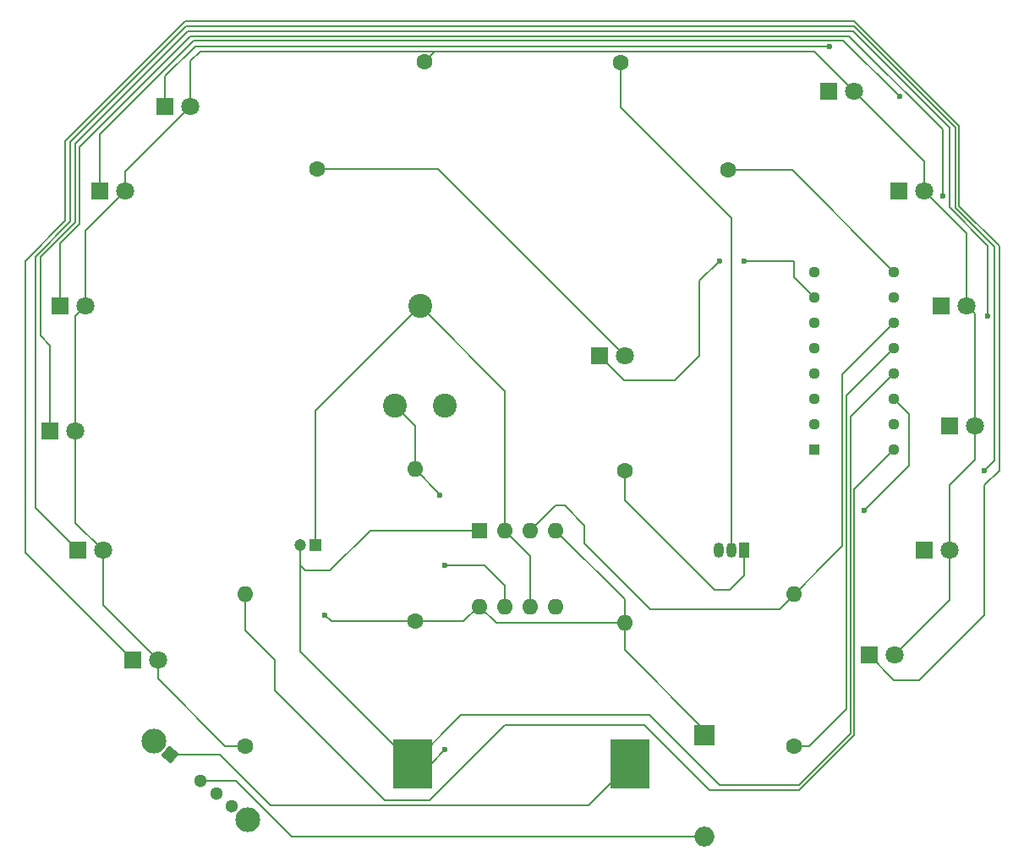
<source format=gbr>
G04 #@! TF.GenerationSoftware,KiCad,Pcbnew,8.0.5*
G04 #@! TF.CreationDate,2024-10-11T09:12:05-05:00*
G04 #@! TF.ProjectId,bsidesdfw badge 2024,62736964-6573-4646-9677-206261646765,rev?*
G04 #@! TF.SameCoordinates,Original*
G04 #@! TF.FileFunction,Copper,L2,Bot*
G04 #@! TF.FilePolarity,Positive*
%FSLAX46Y46*%
G04 Gerber Fmt 4.6, Leading zero omitted, Abs format (unit mm)*
G04 Created by KiCad (PCBNEW 8.0.5) date 2024-10-11 09:12:05*
%MOMM*%
%LPD*%
G01*
G04 APERTURE LIST*
G04 Aperture macros list*
%AMHorizOval*
0 Thick line with rounded ends*
0 $1 width*
0 $2 $3 position (X,Y) of the first rounded end (center of the circle)*
0 $4 $5 position (X,Y) of the second rounded end (center of the circle)*
0 Add line between two ends*
20,1,$1,$2,$3,$4,$5,0*
0 Add two circle primitives to create the rounded ends*
1,1,$1,$2,$3*
1,1,$1,$4,$5*%
%AMRotRect*
0 Rectangle, with rotation*
0 The origin of the aperture is its center*
0 $1 length*
0 $2 width*
0 $3 Rotation angle, in degrees counterclockwise*
0 Add horizontal line*
21,1,$1,$2,0,0,$3*%
G04 Aperture macros list end*
G04 #@! TA.AperFunction,ComponentPad*
%ADD10C,2.400000*%
G04 #@! TD*
G04 #@! TA.AperFunction,ComponentPad*
%ADD11RotRect,1.300000X1.300000X320.000000*%
G04 #@! TD*
G04 #@! TA.AperFunction,ComponentPad*
%ADD12C,1.300000*%
G04 #@! TD*
G04 #@! TA.AperFunction,ComponentPad*
%ADD13C,2.490000*%
G04 #@! TD*
G04 #@! TA.AperFunction,ComponentPad*
%ADD14R,1.600000X1.600000*%
G04 #@! TD*
G04 #@! TA.AperFunction,ComponentPad*
%ADD15O,1.600000X1.600000*%
G04 #@! TD*
G04 #@! TA.AperFunction,ComponentPad*
%ADD16R,1.800000X1.800000*%
G04 #@! TD*
G04 #@! TA.AperFunction,ComponentPad*
%ADD17C,1.800000*%
G04 #@! TD*
G04 #@! TA.AperFunction,SMDPad,CuDef*
%ADD18R,3.860000X5.000000*%
G04 #@! TD*
G04 #@! TA.AperFunction,SMDPad,CuDef*
%ADD19R,3.960000X5.000000*%
G04 #@! TD*
G04 #@! TA.AperFunction,ComponentPad*
%ADD20R,1.130000X1.130000*%
G04 #@! TD*
G04 #@! TA.AperFunction,ComponentPad*
%ADD21C,1.130000*%
G04 #@! TD*
G04 #@! TA.AperFunction,ComponentPad*
%ADD22C,1.600000*%
G04 #@! TD*
G04 #@! TA.AperFunction,ComponentPad*
%ADD23HorizOval,1.600000X0.000000X0.000000X0.000000X0.000000X0*%
G04 #@! TD*
G04 #@! TA.AperFunction,ComponentPad*
%ADD24R,1.050000X1.500000*%
G04 #@! TD*
G04 #@! TA.AperFunction,ComponentPad*
%ADD25O,1.050000X1.500000*%
G04 #@! TD*
G04 #@! TA.AperFunction,ComponentPad*
%ADD26HorizOval,1.600000X0.000000X0.000000X0.000000X0.000000X0*%
G04 #@! TD*
G04 #@! TA.AperFunction,ComponentPad*
%ADD27R,1.200000X1.200000*%
G04 #@! TD*
G04 #@! TA.AperFunction,ComponentPad*
%ADD28C,1.200000*%
G04 #@! TD*
G04 #@! TA.AperFunction,ComponentPad*
%ADD29R,2.000000X2.000000*%
G04 #@! TD*
G04 #@! TA.AperFunction,ComponentPad*
%ADD30O,2.000000X2.000000*%
G04 #@! TD*
G04 #@! TA.AperFunction,ViaPad*
%ADD31C,0.600000*%
G04 #@! TD*
G04 #@! TA.AperFunction,Conductor*
%ADD32C,0.200000*%
G04 #@! TD*
G04 APERTURE END LIST*
D10*
G04 #@! TO.P,R2,1,1*
G04 #@! TO.N,Net-(U1-DIS)*
X125500000Y-97500000D03*
G04 #@! TO.P,R2,2,2*
G04 #@! TO.N,Net-(U1-THR)*
X128000000Y-87500000D03*
G04 #@! TO.P,R2,3,3*
G04 #@! TO.N,unconnected-(R2-Pad3)*
X130500000Y-97500000D03*
G04 #@! TD*
D11*
G04 #@! TO.P,SW1,1,B*
G04 #@! TO.N,Net-(BT1-+)*
X103000000Y-132500000D03*
D12*
G04 #@! TO.P,SW1,2,C*
G04 #@! TO.N,Net-(D14-A)*
X106064178Y-135071153D03*
G04 #@! TO.P,SW1,3,A*
G04 #@! TO.N,unconnected-(SW1-A-Pad3)*
X107596267Y-136356726D03*
G04 #@! TO.P,SW1,4*
G04 #@! TO.N,N/C*
X109128356Y-137642300D03*
D13*
G04 #@! TO.P,SW1,MH1*
X101353004Y-131118007D03*
G04 #@! TO.P,SW1,MH2*
X110775350Y-139024295D03*
G04 #@! TD*
D14*
G04 #@! TO.P,U1,1,GND*
G04 #@! TO.N,GND*
X134000000Y-110000000D03*
D15*
G04 #@! TO.P,U1,2,TR*
G04 #@! TO.N,Net-(U1-THR)*
X136540000Y-110000000D03*
G04 #@! TO.P,U1,3,Q*
G04 #@! TO.N,Net-(U1-Q)*
X139080000Y-110000000D03*
G04 #@! TO.P,U1,4,R*
G04 #@! TO.N,+6V*
X141620000Y-110000000D03*
G04 #@! TO.P,U1,5,CV*
G04 #@! TO.N,unconnected-(U1-CV-Pad5)*
X141620000Y-117620000D03*
G04 #@! TO.P,U1,6,THR*
G04 #@! TO.N,Net-(U1-THR)*
X139080000Y-117620000D03*
G04 #@! TO.P,U1,7,DIS*
G04 #@! TO.N,Net-(U1-DIS)*
X136540000Y-117620000D03*
G04 #@! TO.P,U1,8,VCC*
G04 #@! TO.N,+6V*
X134000000Y-117620000D03*
G04 #@! TD*
D16*
G04 #@! TO.P,D7,1,K*
G04 #@! TO.N,Net-(D1-K)*
X172960000Y-122500000D03*
D17*
G04 #@! TO.P,D7,2,A*
G04 #@! TO.N,Net-(D1-A)*
X175500000Y-122500000D03*
G04 #@! TD*
D18*
G04 #@! TO.P,BT1,1,+*
G04 #@! TO.N,Net-(BT1-+)*
X149050000Y-133380000D03*
D19*
G04 #@! TO.P,BT1,2,-*
G04 #@! TO.N,GND*
X127240000Y-133380000D03*
G04 #@! TD*
D20*
G04 #@! TO.P,U2,1,QB*
G04 #@! TO.N,Net-(D1-K)*
X167530000Y-101890000D03*
D21*
G04 #@! TO.P,U2,2,QC*
G04 #@! TO.N,Net-(D2-K)*
X167530000Y-99350000D03*
G04 #@! TO.P,U2,3,QD*
G04 #@! TO.N,Net-(D3-K)*
X167530000Y-96810000D03*
G04 #@! TO.P,U2,4,QE*
G04 #@! TO.N,Net-(D10-K)*
X167530000Y-94270000D03*
G04 #@! TO.P,U2,5,QF*
G04 #@! TO.N,Net-(D11-K)*
X167530000Y-91730000D03*
G04 #@! TO.P,U2,6,QG*
G04 #@! TO.N,Net-(D12-K)*
X167530000Y-89190000D03*
G04 #@! TO.P,U2,7,QH*
G04 #@! TO.N,Net-(D13-K)*
X167530000Y-86650000D03*
G04 #@! TO.P,U2,8,GND*
G04 #@! TO.N,GND*
X167530000Y-84110000D03*
G04 #@! TO.P,U2,9,QH'*
G04 #@! TO.N,Net-(U2-QH')*
X175470000Y-84110000D03*
G04 #@! TO.P,U2,10,~{SRCLR}*
G04 #@! TO.N,+6V*
X175470000Y-86650000D03*
G04 #@! TO.P,U2,11,SRCLK*
G04 #@! TO.N,Net-(U1-Q)*
X175470000Y-89190000D03*
G04 #@! TO.P,U2,12,RCLK*
G04 #@! TO.N,Net-(U2-RCLK)*
X175470000Y-91730000D03*
G04 #@! TO.P,U2,13,~{OE}*
G04 #@! TO.N,GND*
X175470000Y-94270000D03*
G04 #@! TO.P,U2,14,SER*
G04 #@! TO.N,Net-(Q1-C)*
X175470000Y-96810000D03*
G04 #@! TO.P,U2,15,QA*
G04 #@! TO.N,unconnected-(U2-QA-Pad15)*
X175470000Y-99350000D03*
G04 #@! TO.P,U2,16,VCC*
G04 #@! TO.N,+6V*
X175470000Y-101890000D03*
G04 #@! TD*
D16*
G04 #@! TO.P,D3,1,K*
G04 #@! TO.N,Net-(D3-K)*
X90960000Y-100000000D03*
D17*
G04 #@! TO.P,D3,2,A*
G04 #@! TO.N,Net-(D1-A)*
X93500000Y-100000000D03*
G04 #@! TD*
D16*
G04 #@! TO.P,D10,1,K*
G04 #@! TO.N,Net-(D10-K)*
X180225000Y-87500000D03*
D17*
G04 #@! TO.P,D10,2,A*
G04 #@! TO.N,Net-(D1-A)*
X182765000Y-87500000D03*
G04 #@! TD*
D22*
G04 #@! TO.P,R7,1*
G04 #@! TO.N,Net-(D1-A)*
X128500000Y-63000000D03*
D23*
G04 #@! TO.P,R7,2*
G04 #@! TO.N,Net-(D13-A)*
X117723693Y-73776307D03*
G04 #@! TD*
D22*
G04 #@! TO.P,R6,1*
G04 #@! TO.N,Net-(D1-A)*
X110500000Y-131620000D03*
D15*
G04 #@! TO.P,R6,2*
G04 #@! TO.N,+6V*
X110500000Y-116380000D03*
G04 #@! TD*
D16*
G04 #@! TO.P,D5,1,K*
G04 #@! TO.N,Net-(D11-K)*
X95960000Y-76000000D03*
D17*
G04 #@! TO.P,D5,2,A*
G04 #@! TO.N,Net-(D1-A)*
X98500000Y-76000000D03*
G04 #@! TD*
D16*
G04 #@! TO.P,D11,1,K*
G04 #@! TO.N,Net-(D11-K)*
X175960000Y-76000000D03*
D17*
G04 #@! TO.P,D11,2,A*
G04 #@! TO.N,Net-(D1-A)*
X178500000Y-76000000D03*
G04 #@! TD*
D24*
G04 #@! TO.P,Q1,1,C*
G04 #@! TO.N,Net-(Q1-C)*
X160500000Y-112000000D03*
D25*
G04 #@! TO.P,Q1,2,B*
G04 #@! TO.N,Net-(Q1-B)*
X159230000Y-112000000D03*
G04 #@! TO.P,Q1,3,E*
G04 #@! TO.N,GND*
X157960000Y-112000000D03*
G04 #@! TD*
D16*
G04 #@! TO.P,D9,1,K*
G04 #@! TO.N,Net-(D3-K)*
X181000000Y-99500000D03*
D17*
G04 #@! TO.P,D9,2,A*
G04 #@! TO.N,Net-(D1-A)*
X183540000Y-99500000D03*
G04 #@! TD*
D16*
G04 #@! TO.P,D6,1,K*
G04 #@! TO.N,Net-(D12-K)*
X102500000Y-67500000D03*
D17*
G04 #@! TO.P,D6,2,A*
G04 #@! TO.N,Net-(D1-A)*
X105040000Y-67500000D03*
G04 #@! TD*
D22*
G04 #@! TO.P,R1,1*
G04 #@! TO.N,+6V*
X127500000Y-119120000D03*
D15*
G04 #@! TO.P,R1,2*
G04 #@! TO.N,Net-(U1-DIS)*
X127500000Y-103880000D03*
G04 #@! TD*
D16*
G04 #@! TO.P,D12,1,K*
G04 #@! TO.N,Net-(D12-K)*
X168960000Y-66000000D03*
D17*
G04 #@! TO.P,D12,2,A*
G04 #@! TO.N,Net-(D1-A)*
X171500000Y-66000000D03*
G04 #@! TD*
D22*
G04 #@! TO.P,R3,1*
G04 #@! TO.N,Net-(Q1-B)*
X148111847Y-63111847D03*
D26*
G04 #@! TO.P,R3,2*
G04 #@! TO.N,Net-(U2-QH')*
X158888154Y-73888154D03*
G04 #@! TD*
D16*
G04 #@! TO.P,D2,1,K*
G04 #@! TO.N,Net-(D2-K)*
X93725000Y-112000000D03*
D17*
G04 #@! TO.P,D2,2,A*
G04 #@! TO.N,Net-(D1-A)*
X96265000Y-112000000D03*
G04 #@! TD*
D22*
G04 #@! TO.P,R4,1*
G04 #@! TO.N,Net-(Q1-C)*
X148500000Y-104000000D03*
D15*
G04 #@! TO.P,R4,2*
G04 #@! TO.N,+6V*
X148500000Y-119240000D03*
G04 #@! TD*
D16*
G04 #@! TO.P,D8,1,K*
G04 #@! TO.N,Net-(D2-K)*
X178460000Y-112000000D03*
D17*
G04 #@! TO.P,D8,2,A*
G04 #@! TO.N,Net-(D1-A)*
X181000000Y-112000000D03*
G04 #@! TD*
D22*
G04 #@! TO.P,R5,1*
G04 #@! TO.N,Net-(U2-RCLK)*
X165500000Y-131620000D03*
D15*
G04 #@! TO.P,R5,2*
G04 #@! TO.N,Net-(U1-Q)*
X165500000Y-116380000D03*
G04 #@! TD*
D16*
G04 #@! TO.P,D4,1,K*
G04 #@! TO.N,Net-(D10-K)*
X91960000Y-87500000D03*
D17*
G04 #@! TO.P,D4,2,A*
G04 #@! TO.N,Net-(D1-A)*
X94500000Y-87500000D03*
G04 #@! TD*
D27*
G04 #@! TO.P,C1,1*
G04 #@! TO.N,Net-(U1-THR)*
X117500000Y-111500000D03*
D28*
G04 #@! TO.P,C1,2*
G04 #@! TO.N,GND*
X116000000Y-111500000D03*
G04 #@! TD*
D29*
G04 #@! TO.P,D14,1,K*
G04 #@! TO.N,+6V*
X156500000Y-130500000D03*
D30*
G04 #@! TO.P,D14,2,A*
G04 #@! TO.N,Net-(D14-A)*
X156500000Y-140660000D03*
G04 #@! TD*
D16*
G04 #@! TO.P,D1,1,K*
G04 #@! TO.N,Net-(D1-K)*
X99225000Y-123000000D03*
D17*
G04 #@! TO.P,D1,2,A*
G04 #@! TO.N,Net-(D1-A)*
X101765000Y-123000000D03*
G04 #@! TD*
D16*
G04 #@! TO.P,D13,1,K*
G04 #@! TO.N,Net-(D13-K)*
X145960000Y-92500000D03*
D17*
G04 #@! TO.P,D13,2,A*
G04 #@! TO.N,Net-(D13-A)*
X148500000Y-92500000D03*
G04 #@! TD*
D31*
G04 #@! TO.N,GND*
X130500000Y-132000000D03*
G04 #@! TO.N,Net-(Q1-C)*
X172500000Y-108000000D03*
G04 #@! TO.N,Net-(U1-DIS)*
X130500000Y-113500000D03*
X130000000Y-106500000D03*
G04 #@! TO.N,+6V*
X118500000Y-118500000D03*
G04 #@! TO.N,Net-(D2-K)*
X184500000Y-104000000D03*
G04 #@! TO.N,Net-(D3-K)*
X184850000Y-88500000D03*
G04 #@! TO.N,Net-(D10-K)*
X180350000Y-76500000D03*
G04 #@! TO.N,Net-(D11-K)*
X176000000Y-66500000D03*
G04 #@! TO.N,Net-(D13-K)*
X160500000Y-83000000D03*
X158000000Y-83000000D03*
G04 #@! TO.N,Net-(D12-K)*
X169000000Y-61550000D03*
G04 #@! TD*
D32*
G04 #@! TO.N,GND*
X127240000Y-133380000D02*
X129120000Y-133380000D01*
X132120000Y-128500000D02*
X127240000Y-133380000D01*
X151000000Y-128500000D02*
X132120000Y-128500000D01*
X116000000Y-122140000D02*
X127240000Y-133380000D01*
X165934314Y-135500000D02*
X158000000Y-135500000D01*
X116000000Y-122140000D02*
X116000000Y-114000000D01*
X134000000Y-110000000D02*
X123000000Y-110000000D01*
X171100000Y-130334314D02*
X165934314Y-135500000D01*
X116000000Y-114000000D02*
X116000000Y-113500000D01*
X129120000Y-133380000D02*
X130500000Y-132000000D01*
X116000000Y-113500000D02*
X116000000Y-111500000D01*
X171100000Y-98640000D02*
X171100000Y-130334314D01*
X119000000Y-114000000D02*
X116500000Y-114000000D01*
X158000000Y-135500000D02*
X151000000Y-128500000D01*
X116500000Y-114000000D02*
X116000000Y-113500000D01*
X123000000Y-110000000D02*
X119000000Y-114000000D01*
X175470000Y-94270000D02*
X171100000Y-98640000D01*
G04 #@! TO.N,Net-(Q1-B)*
X148111847Y-67611847D02*
X159230000Y-78730000D01*
X148111847Y-63111847D02*
X148111847Y-67611847D01*
X159230000Y-78730000D02*
X159230000Y-112000000D01*
G04 #@! TO.N,Net-(Q1-C)*
X160500000Y-114500000D02*
X160500000Y-112000000D01*
X177000000Y-98340000D02*
X177000000Y-103500000D01*
X148500000Y-107000000D02*
X157500000Y-116000000D01*
X175470000Y-96810000D02*
X177000000Y-98340000D01*
X159000000Y-116000000D02*
X160500000Y-114500000D01*
X148500000Y-104000000D02*
X148500000Y-107000000D01*
X177000000Y-103500000D02*
X172500000Y-108000000D01*
X157500000Y-116000000D02*
X159000000Y-116000000D01*
G04 #@! TO.N,Net-(U1-DIS)*
X130000000Y-106380000D02*
X127500000Y-103880000D01*
X136540000Y-115540000D02*
X134500000Y-113500000D01*
X127500000Y-103880000D02*
X127500000Y-99500000D01*
X130000000Y-106500000D02*
X130000000Y-106380000D01*
X136540000Y-117620000D02*
X136540000Y-115540000D01*
X134500000Y-113500000D02*
X130500000Y-113500000D01*
X127500000Y-99500000D02*
X125500000Y-97500000D01*
G04 #@! TO.N,Net-(U1-Q)*
X151055635Y-117880000D02*
X164000000Y-117880000D01*
X144500000Y-109500000D02*
X144500000Y-111324365D01*
X164000000Y-117880000D02*
X170300000Y-111580000D01*
X142500000Y-107500000D02*
X144500000Y-109500000D01*
X141580000Y-107500000D02*
X142500000Y-107500000D01*
X139080000Y-110000000D02*
X141580000Y-107500000D01*
X144500000Y-111324365D02*
X151055635Y-117880000D01*
X170300000Y-111580000D02*
X170300000Y-94360000D01*
X170300000Y-94360000D02*
X175470000Y-89190000D01*
G04 #@! TO.N,+6V*
X166000000Y-136000000D02*
X157000000Y-136000000D01*
X171500000Y-105860000D02*
X171500000Y-130500000D01*
X124500000Y-137000000D02*
X113500000Y-126000000D01*
X136500000Y-129500000D02*
X129000000Y-137000000D01*
X132380000Y-119120000D02*
X127500000Y-119120000D01*
X148500000Y-116880000D02*
X141620000Y-110000000D01*
X157000000Y-136000000D02*
X150500000Y-129500000D01*
X148500000Y-122000000D02*
X148500000Y-119240000D01*
X129000000Y-137000000D02*
X124500000Y-137000000D01*
X150500000Y-129500000D02*
X136500000Y-129500000D01*
X156500000Y-130500000D02*
X156500000Y-130000000D01*
X113500000Y-126000000D02*
X113500000Y-123000000D01*
X134000000Y-117620000D02*
X133880000Y-117620000D01*
X175470000Y-101890000D02*
X171500000Y-105860000D01*
X135620000Y-119240000D02*
X134000000Y-117620000D01*
X113500000Y-123000000D02*
X110500000Y-120000000D01*
X127500000Y-119120000D02*
X119120000Y-119120000D01*
X119120000Y-119120000D02*
X118500000Y-118500000D01*
X110500000Y-120000000D02*
X110500000Y-116380000D01*
X148500000Y-119240000D02*
X135620000Y-119240000D01*
X148500000Y-119240000D02*
X148500000Y-116880000D01*
X156500000Y-130000000D02*
X148500000Y-122000000D01*
X171500000Y-130500000D02*
X166000000Y-136000000D01*
X133880000Y-117620000D02*
X132380000Y-119120000D01*
G04 #@! TO.N,Net-(U1-THR)*
X139080000Y-112540000D02*
X136540000Y-110000000D01*
X117500000Y-111500000D02*
X117500000Y-98000000D01*
X136540000Y-96040000D02*
X136540000Y-110000000D01*
X117500000Y-98000000D02*
X128000000Y-87500000D01*
X128000000Y-87500000D02*
X136540000Y-96040000D01*
X139080000Y-117620000D02*
X139080000Y-112540000D01*
G04 #@! TO.N,Net-(BT1-+)*
X149000000Y-133380000D02*
X144865786Y-137514214D01*
X144865786Y-137514214D02*
X113014214Y-137514214D01*
X108000000Y-132500000D02*
X103000000Y-132500000D01*
X113014214Y-137514214D02*
X108000000Y-132500000D01*
G04 #@! TO.N,Net-(D1-K)*
X182000000Y-69500000D02*
X182000000Y-77500000D01*
X171500000Y-59000000D02*
X182000000Y-69500000D01*
X92500000Y-79000000D02*
X92500000Y-71000000D01*
X186000000Y-104000000D02*
X184500000Y-105500000D01*
X182000000Y-77500000D02*
X186000000Y-81500000D01*
X172960000Y-122500000D02*
X175460000Y-125000000D01*
X184500000Y-105500000D02*
X184500000Y-115500000D01*
X178000000Y-125000000D02*
X184500000Y-118500000D01*
X88500000Y-112275000D02*
X88500000Y-83000000D01*
X88500000Y-83000000D02*
X92500000Y-79000000D01*
X184500000Y-118500000D02*
X184500000Y-115500000D01*
X92500000Y-71000000D02*
X104500000Y-59000000D01*
X175460000Y-125000000D02*
X178000000Y-125000000D01*
X104500000Y-59000000D02*
X171500000Y-59000000D01*
X186000000Y-81500000D02*
X186000000Y-104000000D01*
X99225000Y-123000000D02*
X88500000Y-112275000D01*
G04 #@! TO.N,Net-(D1-A)*
X96265000Y-112000000D02*
X93500000Y-109235000D01*
X181000000Y-117000000D02*
X181000000Y-112000000D01*
X105040000Y-67500000D02*
X105040000Y-62960000D01*
X101765000Y-124885000D02*
X101765000Y-123000000D01*
X129500000Y-62011847D02*
X167511847Y-62011847D01*
X96265000Y-117500000D02*
X96265000Y-112000000D01*
X108500000Y-131620000D02*
X110500000Y-131620000D01*
X93500000Y-88500000D02*
X94500000Y-87500000D01*
X98500000Y-74040000D02*
X105040000Y-67500000D01*
X101765000Y-124885000D02*
X108500000Y-131620000D01*
X107011847Y-62011847D02*
X129500000Y-62011847D01*
X183540000Y-99500000D02*
X183540000Y-88275000D01*
X93500000Y-100000000D02*
X93500000Y-88500000D01*
X183540000Y-88275000D02*
X182765000Y-87500000D01*
X94500000Y-80000000D02*
X98500000Y-76000000D01*
X93500000Y-109235000D02*
X93500000Y-100000000D01*
X178500000Y-76000000D02*
X182765000Y-80265000D01*
X107000000Y-62000000D02*
X107011847Y-62011847D01*
X129500000Y-62011847D02*
X129488153Y-62011847D01*
X181000000Y-105500000D02*
X183540000Y-102960000D01*
X94500000Y-87500000D02*
X94500000Y-80000000D01*
X105040000Y-62960000D02*
X106000000Y-62000000D01*
X178500000Y-76000000D02*
X178500000Y-73000000D01*
X101765000Y-123000000D02*
X96265000Y-117500000D01*
X98500000Y-76000000D02*
X98500000Y-74040000D01*
X182765000Y-87500000D02*
X182765000Y-80265000D01*
X181000000Y-112000000D02*
X181000000Y-105500000D01*
X171500000Y-66000000D02*
X178500000Y-73000000D01*
X183540000Y-102960000D02*
X183540000Y-99500000D01*
X175500000Y-122500000D02*
X181000000Y-117000000D01*
X129488153Y-62011847D02*
X128500000Y-63000000D01*
X167511847Y-62011847D02*
X171500000Y-66000000D01*
X106000000Y-62000000D02*
X107000000Y-62000000D01*
G04 #@! TO.N,Net-(D2-K)*
X93725000Y-112000000D02*
X89500000Y-107775000D01*
X171434314Y-59500000D02*
X181600000Y-69665686D01*
X181600000Y-69665686D02*
X181600000Y-77665685D01*
X89500000Y-82565686D02*
X93000000Y-79065686D01*
X89500000Y-107775000D02*
X89500000Y-82565686D01*
X185500000Y-81565685D02*
X185500000Y-103000000D01*
X104565686Y-59500000D02*
X171434314Y-59500000D01*
X93000000Y-71065686D02*
X104565686Y-59500000D01*
X185500000Y-103000000D02*
X184500000Y-104000000D01*
X93000000Y-79065686D02*
X93000000Y-71065686D01*
X181600000Y-77665685D02*
X185500000Y-81565685D01*
G04 #@! TO.N,Net-(D3-K)*
X104750000Y-60000000D02*
X171368628Y-60000000D01*
X181000000Y-69631372D02*
X181000000Y-77631371D01*
X184850000Y-81481371D02*
X184850000Y-88500000D01*
X90000000Y-90500000D02*
X90000000Y-82631372D01*
X90960000Y-100000000D02*
X90960000Y-91460000D01*
X93500000Y-71250000D02*
X104750000Y-60000000D01*
X181000000Y-77631371D02*
X184850000Y-81481371D01*
X90000000Y-82631372D02*
X93500000Y-79131372D01*
X93500000Y-79131372D02*
X93500000Y-71250000D01*
X90960000Y-91460000D02*
X90000000Y-90500000D01*
X171368628Y-60000000D02*
X181000000Y-69631372D01*
G04 #@! TO.N,Net-(D10-K)*
X93900000Y-71597157D02*
X104997157Y-60500000D01*
X91960000Y-81237058D02*
X93900000Y-79297058D01*
X93900000Y-79297058D02*
X93900000Y-71597157D01*
X180350000Y-69850000D02*
X180350000Y-76500000D01*
X91960000Y-87500000D02*
X91960000Y-81237058D01*
X171000000Y-60500000D02*
X180350000Y-69850000D01*
X104997157Y-60500000D02*
X171000000Y-60500000D01*
G04 #@! TO.N,Net-(D11-K)*
X95960000Y-70320000D02*
X105380000Y-60900000D01*
X105380000Y-60900000D02*
X170400000Y-60900000D01*
X170400000Y-60900000D02*
X176000000Y-66500000D01*
X95960000Y-76000000D02*
X95960000Y-70320000D01*
G04 #@! TO.N,Net-(U2-QH')*
X175470000Y-84110000D02*
X165248154Y-73888154D01*
X165248154Y-73888154D02*
X158888154Y-73888154D01*
G04 #@! TO.N,Net-(U2-RCLK)*
X170700000Y-96500000D02*
X175470000Y-91730000D01*
X165500000Y-131620000D02*
X167000000Y-131620000D01*
X167000000Y-131620000D02*
X170700000Y-127920000D01*
X170700000Y-127920000D02*
X170700000Y-96500000D01*
G04 #@! TO.N,Net-(D13-A)*
X117723693Y-73776307D02*
X129776307Y-73776307D01*
X148500000Y-92500000D02*
X129776307Y-73776307D01*
G04 #@! TO.N,Net-(D14-A)*
X115160000Y-140660000D02*
X109571153Y-135071153D01*
X109571153Y-135071153D02*
X106064178Y-135071153D01*
X156500000Y-140660000D02*
X115160000Y-140660000D01*
G04 #@! TO.N,Net-(D13-K)*
X165500000Y-83000000D02*
X160500000Y-83000000D01*
X156000000Y-85000000D02*
X156000000Y-92500000D01*
X167530000Y-86650000D02*
X165500000Y-84620000D01*
X153500000Y-95000000D02*
X148460000Y-95000000D01*
X156000000Y-92500000D02*
X153500000Y-95000000D01*
X158000000Y-83000000D02*
X156000000Y-85000000D01*
X165500000Y-84620000D02*
X165500000Y-83000000D01*
X148460000Y-95000000D02*
X145960000Y-92500000D01*
G04 #@! TO.N,Net-(D12-K)*
X105500000Y-61500000D02*
X168950000Y-61500000D01*
X168950000Y-61500000D02*
X169000000Y-61550000D01*
X102500000Y-67500000D02*
X102500000Y-64500000D01*
X102500000Y-64500000D02*
X105500000Y-61500000D01*
G04 #@! TD*
M02*

</source>
